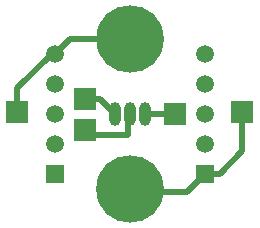
<source format=gtl>
G04 Layer_Physical_Order=1*
G04 Layer_Color=255*
%FSLAX25Y25*%
%MOIN*%
G70*
G01*
G75*
%ADD10C,0.01000*%
%ADD11C,0.02000*%
%ADD12O,0.03937X0.07874*%
%ADD13O,0.03937X0.07874*%
%ADD14R,0.05905X0.05905*%
%ADD15C,0.05905*%
%ADD16C,0.22500*%
%ADD17R,0.07500X0.07500*%
D10*
X-37500Y500D02*
X-35500Y2500D01*
X0Y-25000D02*
X1000Y-26000D01*
X-26000Y20000D02*
X-25000D01*
D11*
X5000Y0D02*
X15000D01*
X-500Y-500D02*
X0Y0D01*
X-15000Y5000D02*
X-10000D01*
X-5000Y0D01*
X-25000Y20000D02*
X-20000Y25000D01*
X0D01*
X1000Y-26000D02*
X19000D01*
X25000Y-20000D01*
X-37500Y500D02*
Y8500D01*
X-26000Y20000D01*
X25000Y-20000D02*
X30000D01*
X37500Y-12500D01*
Y500D01*
X-500Y-7000D02*
Y-500D01*
X-15000Y-7000D02*
X-500D01*
D12*
X5000Y0D02*
D03*
X-5000D02*
D03*
D13*
X0D02*
D03*
D14*
X25000Y-20000D02*
D03*
X-25000D02*
D03*
D15*
X25000Y-10000D02*
D03*
Y0D02*
D03*
Y10000D02*
D03*
Y20000D02*
D03*
X-25000Y-10000D02*
D03*
Y0D02*
D03*
Y10000D02*
D03*
Y20000D02*
D03*
D16*
X0Y-25000D02*
D03*
Y25000D02*
D03*
D17*
X37500Y500D02*
D03*
X-37500D02*
D03*
X-15000Y5000D02*
D03*
Y-5500D02*
D03*
X15000Y0D02*
D03*
M02*

</source>
